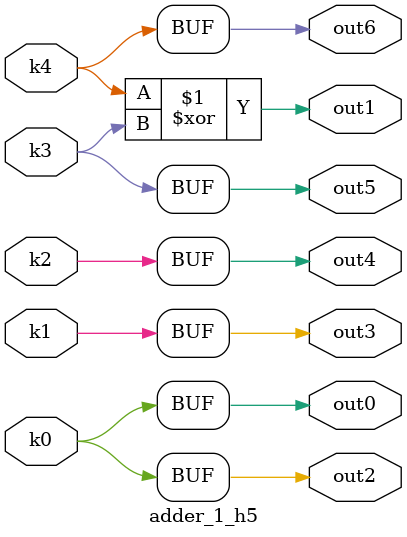
<source format=v>
module adder_1(pi00, pi01, pi02, pi03, pi04, pi05, pi06, pi07, pi08, pi09, pi10, pi11, po0, po1, po2, po3, po4, po5, po6);
input pi00, pi01, pi02, pi03, pi04, pi05, pi06, pi07, pi08, pi09, pi10, pi11;
output po0, po1, po2, po3, po4, po5, po6;
wire k0, k1, k2, k3, k4;
adder_1_w5 DUT1 (pi00, pi01, pi02, pi03, pi04, pi05, pi06, pi07, pi08, pi09, pi10, pi11, k0, k1, k2, k3, k4);
adder_1_h5 DUT2 (k0, k1, k2, k3, k4, po0, po1, po2, po3, po4, po5, po6);
endmodule

module adder_1_w5(in11, in10, in9, in8, in7, in6, in5, in4, in3, in2, in1, in0, k4, k3, k2, k1, k0);
input in11, in10, in9, in8, in7, in6, in5, in4, in3, in2, in1, in0;
output k4, k3, k2, k1, k0;
assign k0 =   ((~in7 ^ in2) & (((~in8 | ~in3) & (((~in9 | ~in4) & (((~in11 | ~in6) & ((in1 & ~in10) | (~in0 & ~in5))) | (~in11 & ~in6 & (~in10 | ~in5)) | (~in10 & ~in5))) | (~in9 & ~in4))) | (~in8 & ~in3))) | ((in7 ^ in2) & ((in8 & in3) | ((in8 | in3) & ((in9 & in4) | ((in9 | in4) & (((in11 | in6) & ((in0 & in10) | (~in1 & in5))) | (in10 & in5) | (in11 & in6 & (in10 | in5))))))));
assign k1 =   ((~in8 ^ in3) & (((~in9 | ~in4) & (((~in11 | ~in6) & ((in1 & ~in10) | (~in0 & ~in5))) | (~in11 & ~in6 & (~in10 | ~in5)) | (~in10 & ~in5))) | (~in9 & ~in4))) | ((in8 ^ in3) & ((in9 & in4) | ((in9 | in4) & (((in11 | in6) & ((in0 & in10) | (~in1 & in5))) | (in10 & in5) | (in11 & in6 & (in10 | in5))))));
assign k2 =   ((~in9 ^ in4) & (((~in11 | ~in6) & ((in1 & ~in10) | (~in0 & ~in5))) | (~in11 & ~in6 & (~in10 | ~in5)) | (~in10 & ~in5))) | ((in9 ^ in4) & (((in11 | in6) & ((in0 & in10) | (~in1 & in5))) | (in10 & in5) | (in11 & in6 & (in10 | in5))));
assign k3 =   ((~in11 | ~in6) & ((in1 & in10 & in5) | (~in0 & ~in10 & ~in5))) | ((in11 | in6) & ((~in1 & ~in10 & in5) | (in0 & in10 & ~in5))) | (in11 & in6 & (in10 ^ in5)) | (~in11 & ~in6 & (~in10 ^ in5));
assign k4 =   (in0 & (in11 ^ in6)) | (in1 & (~in11 ^ in6));
endmodule

module adder_1_h5(k4, k3, k2, k1, k0, out6, out5, out4, out3, out2, out1, out0);
input k4, k3, k2, k1, k0;
output out6, out5, out4, out3, out2, out1, out0;
assign out0 = k0;
assign out1 = k4 ^ k3;
assign out2 = k0;
assign out3 = k1;
assign out4 = k2;
assign out5 = k3;
assign out6 = k4;
endmodule

</source>
